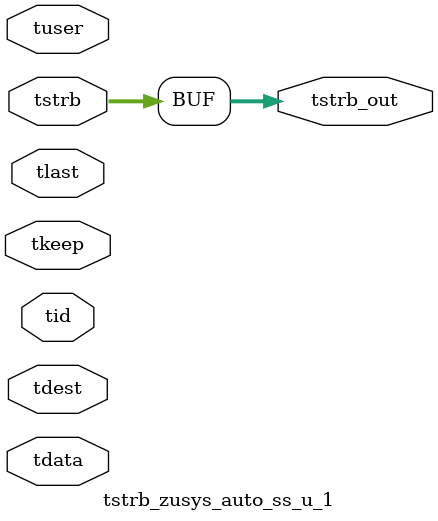
<source format=v>


`timescale 1ps/1ps

module tstrb_zusys_auto_ss_u_1 #
(
parameter C_S_AXIS_TDATA_WIDTH = 32,
parameter C_S_AXIS_TUSER_WIDTH = 0,
parameter C_S_AXIS_TID_WIDTH   = 0,
parameter C_S_AXIS_TDEST_WIDTH = 0,
parameter C_M_AXIS_TDATA_WIDTH = 32
)
(
input  [(C_S_AXIS_TDATA_WIDTH == 0 ? 1 : C_S_AXIS_TDATA_WIDTH)-1:0     ] tdata,
input  [(C_S_AXIS_TUSER_WIDTH == 0 ? 1 : C_S_AXIS_TUSER_WIDTH)-1:0     ] tuser,
input  [(C_S_AXIS_TID_WIDTH   == 0 ? 1 : C_S_AXIS_TID_WIDTH)-1:0       ] tid,
input  [(C_S_AXIS_TDEST_WIDTH == 0 ? 1 : C_S_AXIS_TDEST_WIDTH)-1:0     ] tdest,
input  [(C_S_AXIS_TDATA_WIDTH/8)-1:0 ] tkeep,
input  [(C_S_AXIS_TDATA_WIDTH/8)-1:0 ] tstrb,
input                                                                    tlast,
output [(C_M_AXIS_TDATA_WIDTH/8)-1:0 ] tstrb_out
);

assign tstrb_out = {tstrb[3:0]};

endmodule


</source>
